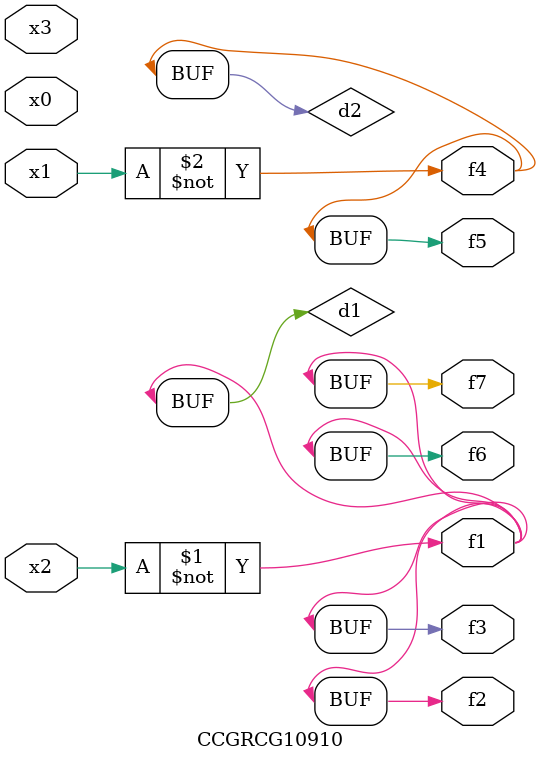
<source format=v>
module CCGRCG10910(
	input x0, x1, x2, x3,
	output f1, f2, f3, f4, f5, f6, f7
);

	wire d1, d2;

	xnor (d1, x2);
	not (d2, x1);
	assign f1 = d1;
	assign f2 = d1;
	assign f3 = d1;
	assign f4 = d2;
	assign f5 = d2;
	assign f6 = d1;
	assign f7 = d1;
endmodule

</source>
